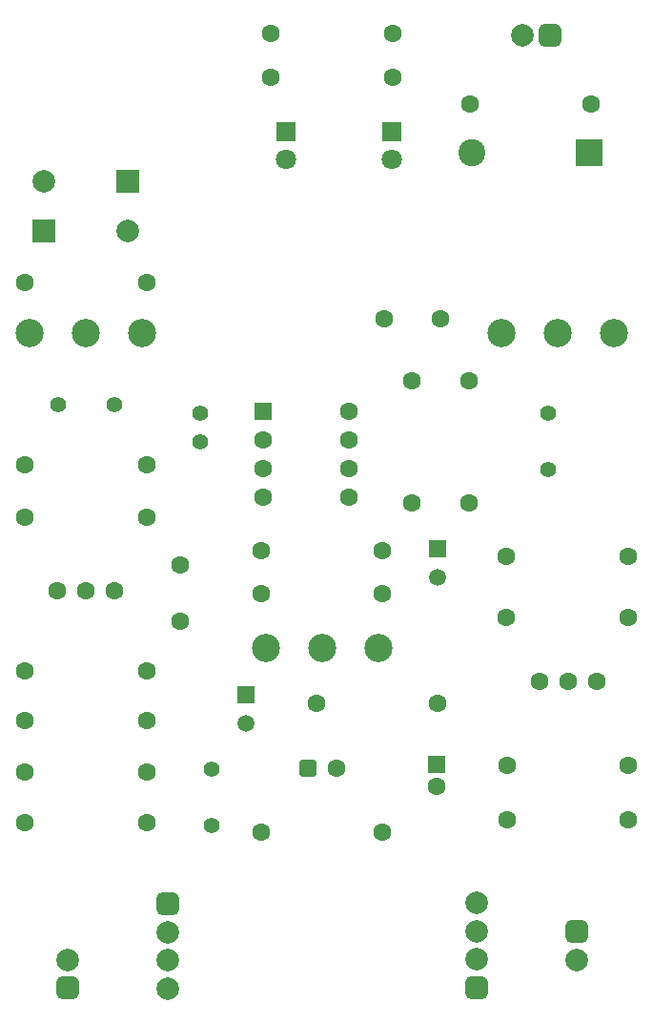
<source format=gbr>
%TF.GenerationSoftware,KiCad,Pcbnew,9.0.2*%
%TF.CreationDate,2025-07-08T13:27:17-05:00*%
%TF.ProjectId,Screamer Overdrive,53637265-616d-4657-9220-4f7665726472,rev?*%
%TF.SameCoordinates,Original*%
%TF.FileFunction,Soldermask,Bot*%
%TF.FilePolarity,Negative*%
%FSLAX46Y46*%
G04 Gerber Fmt 4.6, Leading zero omitted, Abs format (unit mm)*
G04 Created by KiCad (PCBNEW 9.0.2) date 2025-07-08 13:27:17*
%MOMM*%
%LPD*%
G01*
G04 APERTURE LIST*
G04 Aperture macros list*
%AMRoundRect*
0 Rectangle with rounded corners*
0 $1 Rounding radius*
0 $2 $3 $4 $5 $6 $7 $8 $9 X,Y pos of 4 corners*
0 Add a 4 corners polygon primitive as box body*
4,1,4,$2,$3,$4,$5,$6,$7,$8,$9,$2,$3,0*
0 Add four circle primitives for the rounded corners*
1,1,$1+$1,$2,$3*
1,1,$1+$1,$4,$5*
1,1,$1+$1,$6,$7*
1,1,$1+$1,$8,$9*
0 Add four rect primitives between the rounded corners*
20,1,$1+$1,$2,$3,$4,$5,0*
20,1,$1+$1,$4,$5,$6,$7,0*
20,1,$1+$1,$6,$7,$8,$9,0*
20,1,$1+$1,$8,$9,$2,$3,0*%
G04 Aperture macros list end*
%ADD10C,1.600000*%
%ADD11RoundRect,0.500000X-0.500000X0.500000X-0.500000X-0.500000X0.500000X-0.500000X0.500000X0.500000X0*%
%ADD12C,2.000000*%
%ADD13R,1.800000X1.800000*%
%ADD14C,1.800000*%
%ADD15RoundRect,0.500000X0.500000X-0.500000X0.500000X0.500000X-0.500000X0.500000X-0.500000X-0.500000X0*%
%ADD16R,2.000000X2.000000*%
%ADD17C,1.400000*%
%ADD18R,1.500000X1.500000*%
%ADD19C,1.500000*%
%ADD20C,2.400000*%
%ADD21R,2.400000X2.400000*%
%ADD22R,1.600000X1.600000*%
%ADD23RoundRect,0.500000X0.500000X0.500000X-0.500000X0.500000X-0.500000X-0.500000X0.500000X-0.500000X0*%
%ADD24C,2.500000*%
%ADD25RoundRect,0.400000X0.400000X0.400000X-0.400000X0.400000X-0.400000X-0.400000X0.400000X-0.400000X0*%
G04 APERTURE END LIST*
D10*
%TO.C,R5*%
X14671000Y49149000D03*
X3871000Y49149000D03*
%TD*%
D11*
%TO.C,J1*%
X16510000Y37492000D03*
D12*
X16510000Y34992000D03*
X16510000Y32492000D03*
X16510000Y29992000D03*
%TD*%
D10*
%TO.C,R11*%
X14671000Y58166000D03*
X3871000Y58166000D03*
%TD*%
%TO.C,R9*%
X3871000Y53721000D03*
X14671000Y53721000D03*
%TD*%
D13*
%TO.C,C11*%
X27051000Y106005000D03*
D14*
X27051000Y103505000D03*
%TD*%
D10*
%TO.C,Q1*%
X9271000Y65278000D03*
X6731000Y65278000D03*
X11811000Y65278000D03*
%TD*%
%TO.C,R6*%
X43307000Y73086000D03*
X43307000Y83886000D03*
%TD*%
%TO.C,R12*%
X14671000Y71755000D03*
X3871000Y71755000D03*
%TD*%
%TO.C,C6*%
X17653000Y62564000D03*
X17653000Y67564000D03*
%TD*%
D15*
%TO.C,J4*%
X7620000Y30012000D03*
D12*
X7620000Y32512000D03*
%TD*%
D10*
%TO.C,R17*%
X54168000Y108458000D03*
X43368000Y108458000D03*
%TD*%
D12*
%TO.C,D2*%
X5571000Y101600000D03*
D16*
X12971000Y101600000D03*
%TD*%
D17*
%TO.C,C7*%
X50292000Y80986000D03*
X50292000Y75986000D03*
%TD*%
D10*
%TO.C,R20*%
X36499800Y114731800D03*
X25699800Y114731800D03*
%TD*%
%TO.C,R2*%
X14671000Y76454000D03*
X3871000Y76454000D03*
%TD*%
%TO.C,Q2*%
X52070000Y57261010D03*
X49530000Y57261010D03*
X54610000Y57261010D03*
%TD*%
%TO.C,R16*%
X46670000Y44958000D03*
X57470000Y44958000D03*
%TD*%
%TO.C,R3*%
X29718000Y55245000D03*
X40518000Y55245000D03*
%TD*%
D17*
%TO.C,C1*%
X6771000Y81788000D03*
X11771000Y81788000D03*
%TD*%
D10*
%TO.C,R14*%
X57470000Y49784000D03*
X46670000Y49784000D03*
%TD*%
%TO.C,R8*%
X14671000Y44704000D03*
X3871000Y44704000D03*
%TD*%
D17*
%TO.C,C3*%
X19431000Y78486000D03*
X19431000Y81026000D03*
%TD*%
D15*
%TO.C,J2*%
X43942000Y30072000D03*
D12*
X43942000Y32572000D03*
X43942000Y35072000D03*
X43942000Y37572000D03*
%TD*%
D10*
%TO.C,R1*%
X3871000Y92583000D03*
X14671000Y92583000D03*
%TD*%
D18*
%TO.C,C8*%
X40513000Y68961000D03*
D19*
X40513000Y66461000D03*
%TD*%
D10*
%TO.C,R13*%
X46604000Y68326000D03*
X57404000Y68326000D03*
%TD*%
D11*
%TO.C,J5*%
X52832000Y35012000D03*
D12*
X52832000Y32512000D03*
%TD*%
D18*
%TO.C,C2*%
X23495000Y56007000D03*
D19*
X23495000Y53507000D03*
%TD*%
D10*
%TO.C,R10*%
X35626000Y65024000D03*
X24826000Y65024000D03*
%TD*%
D13*
%TO.C,C10*%
X36429000Y106025000D03*
D14*
X36429000Y103525000D03*
%TD*%
D20*
%TO.C,D4*%
X43588000Y104140000D03*
D21*
X53948000Y104140000D03*
%TD*%
D10*
%TO.C,R7*%
X24826000Y68834000D03*
X35626000Y68834000D03*
%TD*%
D17*
%TO.C,C4*%
X20447000Y44450000D03*
X20447000Y49450000D03*
%TD*%
D10*
%TO.C,R18*%
X25699800Y110794800D03*
X36499800Y110794800D03*
%TD*%
D22*
%TO.C,U1*%
X25019000Y81153000D03*
D10*
X25019000Y78613000D03*
X25019000Y76073000D03*
X25019000Y73533000D03*
X32639000Y73533000D03*
X32639000Y76073000D03*
X32639000Y78613000D03*
X32639000Y81153000D03*
%TD*%
%TO.C,C5*%
X35767000Y89408000D03*
X40767000Y89408000D03*
%TD*%
D12*
%TO.C,D1*%
X12971000Y97155000D03*
D16*
X5571000Y97155000D03*
%TD*%
D22*
%TO.C,C9*%
X40386000Y49879000D03*
D10*
X40386000Y47879000D03*
%TD*%
%TO.C,R4*%
X38227000Y73086000D03*
X38227000Y83886000D03*
%TD*%
D23*
%TO.C,J3*%
X50506000Y114537000D03*
D12*
X48006000Y114537000D03*
%TD*%
D10*
%TO.C,R15*%
X57404000Y62865000D03*
X46604000Y62865000D03*
%TD*%
%TO.C,R19*%
X24826000Y43815000D03*
X35626000Y43815000D03*
%TD*%
D24*
%TO.C,RV2*%
X35226000Y60200000D03*
X30226000Y60200000D03*
X25226000Y60200000D03*
%TD*%
D10*
%TO.C,D3*%
X31496000Y49530000D03*
D25*
X28956000Y49530000D03*
%TD*%
D24*
%TO.C,RV3*%
X56181000Y88140000D03*
X51181000Y88140000D03*
X46181000Y88140000D03*
%TD*%
%TO.C,RV1*%
X14271000Y88140000D03*
X9271000Y88140000D03*
X4271000Y88140000D03*
%TD*%
M02*

</source>
